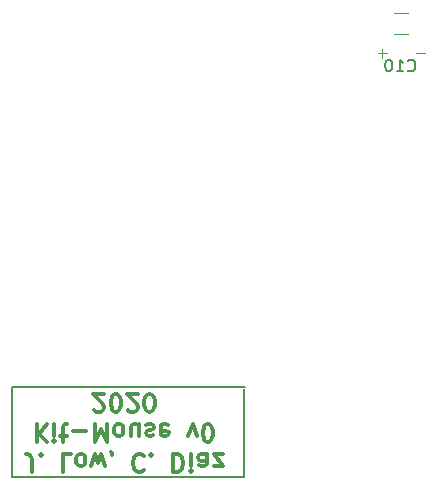
<source format=gbr>
G04 #@! TF.GenerationSoftware,KiCad,Pcbnew,(5.0.2)-1*
G04 #@! TF.CreationDate,2020-09-24T18:59:20-07:00*
G04 #@! TF.ProjectId,mouse_v2,6d6f7573-655f-4763-922e-6b696361645f,rev?*
G04 #@! TF.SameCoordinates,Original*
G04 #@! TF.FileFunction,Legend,Bot*
G04 #@! TF.FilePolarity,Positive*
%FSLAX46Y46*%
G04 Gerber Fmt 4.6, Leading zero omitted, Abs format (unit mm)*
G04 Created by KiCad (PCBNEW (5.0.2)-1) date 9/24/2020 6:59:20 PM*
%MOMM*%
%LPD*%
G01*
G04 APERTURE LIST*
%ADD10C,0.300000*%
%ADD11C,0.200000*%
%ADD12C,0.100000*%
%ADD13C,0.120000*%
%ADD14C,0.150000*%
G04 APERTURE END LIST*
D10*
X150964285Y-103701428D02*
X150964285Y-102630000D01*
X150892857Y-102415714D01*
X150750000Y-102272857D01*
X150535714Y-102201428D01*
X150392857Y-102201428D01*
X151678571Y-102344285D02*
X151750000Y-102272857D01*
X151678571Y-102201428D01*
X151607142Y-102272857D01*
X151678571Y-102344285D01*
X151678571Y-102201428D01*
X154250000Y-102201428D02*
X153535714Y-102201428D01*
X153535714Y-103701428D01*
X154964285Y-102201428D02*
X154821428Y-102272857D01*
X154750000Y-102344285D01*
X154678571Y-102487142D01*
X154678571Y-102915714D01*
X154750000Y-103058571D01*
X154821428Y-103130000D01*
X154964285Y-103201428D01*
X155178571Y-103201428D01*
X155321428Y-103130000D01*
X155392857Y-103058571D01*
X155464285Y-102915714D01*
X155464285Y-102487142D01*
X155392857Y-102344285D01*
X155321428Y-102272857D01*
X155178571Y-102201428D01*
X154964285Y-102201428D01*
X155964285Y-103201428D02*
X156250000Y-102201428D01*
X156535714Y-102915714D01*
X156821428Y-102201428D01*
X157107142Y-103201428D01*
X157750000Y-102272857D02*
X157750000Y-102201428D01*
X157678571Y-102058571D01*
X157607142Y-101987142D01*
X160392857Y-102344285D02*
X160321428Y-102272857D01*
X160107142Y-102201428D01*
X159964285Y-102201428D01*
X159750000Y-102272857D01*
X159607142Y-102415714D01*
X159535714Y-102558571D01*
X159464285Y-102844285D01*
X159464285Y-103058571D01*
X159535714Y-103344285D01*
X159607142Y-103487142D01*
X159750000Y-103630000D01*
X159964285Y-103701428D01*
X160107142Y-103701428D01*
X160321428Y-103630000D01*
X160392857Y-103558571D01*
X161035714Y-102344285D02*
X161107142Y-102272857D01*
X161035714Y-102201428D01*
X160964285Y-102272857D01*
X161035714Y-102344285D01*
X161035714Y-102201428D01*
X162892857Y-102201428D02*
X162892857Y-103701428D01*
X163250000Y-103701428D01*
X163464285Y-103630000D01*
X163607142Y-103487142D01*
X163678571Y-103344285D01*
X163750000Y-103058571D01*
X163750000Y-102844285D01*
X163678571Y-102558571D01*
X163607142Y-102415714D01*
X163464285Y-102272857D01*
X163250000Y-102201428D01*
X162892857Y-102201428D01*
X164392857Y-102201428D02*
X164392857Y-103201428D01*
X164392857Y-103701428D02*
X164321428Y-103630000D01*
X164392857Y-103558571D01*
X164464285Y-103630000D01*
X164392857Y-103701428D01*
X164392857Y-103558571D01*
X165750000Y-102201428D02*
X165750000Y-102987142D01*
X165678571Y-103130000D01*
X165535714Y-103201428D01*
X165250000Y-103201428D01*
X165107142Y-103130000D01*
X165750000Y-102272857D02*
X165607142Y-102201428D01*
X165250000Y-102201428D01*
X165107142Y-102272857D01*
X165035714Y-102415714D01*
X165035714Y-102558571D01*
X165107142Y-102701428D01*
X165250000Y-102772857D01*
X165607142Y-102772857D01*
X165750000Y-102844285D01*
X166321428Y-103201428D02*
X167107142Y-103201428D01*
X166321428Y-102201428D01*
X167107142Y-102201428D01*
X151321428Y-99651428D02*
X151321428Y-101151428D01*
X152178571Y-99651428D02*
X151535714Y-100508571D01*
X152178571Y-101151428D02*
X151321428Y-100294285D01*
X152821428Y-99651428D02*
X152821428Y-100651428D01*
X152821428Y-101151428D02*
X152750000Y-101080000D01*
X152821428Y-101008571D01*
X152892857Y-101080000D01*
X152821428Y-101151428D01*
X152821428Y-101008571D01*
X153321428Y-100651428D02*
X153892857Y-100651428D01*
X153535714Y-101151428D02*
X153535714Y-99865714D01*
X153607142Y-99722857D01*
X153750000Y-99651428D01*
X153892857Y-99651428D01*
X154392857Y-100222857D02*
X155535714Y-100222857D01*
X156250000Y-99651428D02*
X156250000Y-101151428D01*
X156750000Y-100080000D01*
X157250000Y-101151428D01*
X157250000Y-99651428D01*
X158178571Y-99651428D02*
X158035714Y-99722857D01*
X157964285Y-99794285D01*
X157892857Y-99937142D01*
X157892857Y-100365714D01*
X157964285Y-100508571D01*
X158035714Y-100580000D01*
X158178571Y-100651428D01*
X158392857Y-100651428D01*
X158535714Y-100580000D01*
X158607142Y-100508571D01*
X158678571Y-100365714D01*
X158678571Y-99937142D01*
X158607142Y-99794285D01*
X158535714Y-99722857D01*
X158392857Y-99651428D01*
X158178571Y-99651428D01*
X159964285Y-100651428D02*
X159964285Y-99651428D01*
X159321428Y-100651428D02*
X159321428Y-99865714D01*
X159392857Y-99722857D01*
X159535714Y-99651428D01*
X159750000Y-99651428D01*
X159892857Y-99722857D01*
X159964285Y-99794285D01*
X160607142Y-99722857D02*
X160750000Y-99651428D01*
X161035714Y-99651428D01*
X161178571Y-99722857D01*
X161250000Y-99865714D01*
X161250000Y-99937142D01*
X161178571Y-100080000D01*
X161035714Y-100151428D01*
X160821428Y-100151428D01*
X160678571Y-100222857D01*
X160607142Y-100365714D01*
X160607142Y-100437142D01*
X160678571Y-100580000D01*
X160821428Y-100651428D01*
X161035714Y-100651428D01*
X161178571Y-100580000D01*
X162464285Y-99722857D02*
X162321428Y-99651428D01*
X162035714Y-99651428D01*
X161892857Y-99722857D01*
X161821428Y-99865714D01*
X161821428Y-100437142D01*
X161892857Y-100580000D01*
X162035714Y-100651428D01*
X162321428Y-100651428D01*
X162464285Y-100580000D01*
X162535714Y-100437142D01*
X162535714Y-100294285D01*
X161821428Y-100151428D01*
X164178571Y-100651428D02*
X164535714Y-99651428D01*
X164892857Y-100651428D01*
X165750000Y-101151428D02*
X165892857Y-101151428D01*
X166035714Y-101080000D01*
X166107142Y-101008571D01*
X166178571Y-100865714D01*
X166250000Y-100580000D01*
X166250000Y-100222857D01*
X166178571Y-99937142D01*
X166107142Y-99794285D01*
X166035714Y-99722857D01*
X165892857Y-99651428D01*
X165750000Y-99651428D01*
X165607142Y-99722857D01*
X165535714Y-99794285D01*
X165464285Y-99937142D01*
X165392857Y-100222857D01*
X165392857Y-100580000D01*
X165464285Y-100865714D01*
X165535714Y-101008571D01*
X165607142Y-101080000D01*
X165750000Y-101151428D01*
X156178571Y-98458571D02*
X156250000Y-98530000D01*
X156392857Y-98601428D01*
X156750000Y-98601428D01*
X156892857Y-98530000D01*
X156964285Y-98458571D01*
X157035714Y-98315714D01*
X157035714Y-98172857D01*
X156964285Y-97958571D01*
X156107142Y-97101428D01*
X157035714Y-97101428D01*
X157964285Y-98601428D02*
X158107142Y-98601428D01*
X158250000Y-98530000D01*
X158321428Y-98458571D01*
X158392857Y-98315714D01*
X158464285Y-98030000D01*
X158464285Y-97672857D01*
X158392857Y-97387142D01*
X158321428Y-97244285D01*
X158250000Y-97172857D01*
X158107142Y-97101428D01*
X157964285Y-97101428D01*
X157821428Y-97172857D01*
X157750000Y-97244285D01*
X157678571Y-97387142D01*
X157607142Y-97672857D01*
X157607142Y-98030000D01*
X157678571Y-98315714D01*
X157750000Y-98458571D01*
X157821428Y-98530000D01*
X157964285Y-98601428D01*
X159035714Y-98458571D02*
X159107142Y-98530000D01*
X159250000Y-98601428D01*
X159607142Y-98601428D01*
X159750000Y-98530000D01*
X159821428Y-98458571D01*
X159892857Y-98315714D01*
X159892857Y-98172857D01*
X159821428Y-97958571D01*
X158964285Y-97101428D01*
X159892857Y-97101428D01*
X160821428Y-98601428D02*
X160964285Y-98601428D01*
X161107142Y-98530000D01*
X161178571Y-98458571D01*
X161250000Y-98315714D01*
X161321428Y-98030000D01*
X161321428Y-97672857D01*
X161250000Y-97387142D01*
X161178571Y-97244285D01*
X161107142Y-97172857D01*
X160964285Y-97101428D01*
X160821428Y-97101428D01*
X160678571Y-97172857D01*
X160607142Y-97244285D01*
X160535714Y-97387142D01*
X160464285Y-97672857D01*
X160464285Y-98030000D01*
X160535714Y-98315714D01*
X160607142Y-98458571D01*
X160678571Y-98530000D01*
X160821428Y-98601428D01*
D11*
X149225000Y-104140000D02*
X149225000Y-96520000D01*
X168910000Y-104140000D02*
X149209760Y-104140000D01*
X168910000Y-96674940D02*
X168910000Y-104140000D01*
X149225000Y-96520000D02*
X168945560Y-96507300D01*
D12*
X180974952Y-68254571D02*
X180213047Y-68254571D01*
X180594000Y-67873619D02*
X180594000Y-68635523D01*
X184193132Y-68254571D02*
X183431227Y-68254571D01*
D13*
G04 #@! TO.C,C10*
X181567676Y-64807420D02*
X182771804Y-64807420D01*
X181567676Y-66627420D02*
X182771804Y-66627420D01*
D14*
X182760857Y-69699142D02*
X182808476Y-69746761D01*
X182951333Y-69794380D01*
X183046571Y-69794380D01*
X183189428Y-69746761D01*
X183284666Y-69651523D01*
X183332285Y-69556285D01*
X183379904Y-69365809D01*
X183379904Y-69222952D01*
X183332285Y-69032476D01*
X183284666Y-68937238D01*
X183189428Y-68842000D01*
X183046571Y-68794380D01*
X182951333Y-68794380D01*
X182808476Y-68842000D01*
X182760857Y-68889619D01*
X181808476Y-69794380D02*
X182379904Y-69794380D01*
X182094190Y-69794380D02*
X182094190Y-68794380D01*
X182189428Y-68937238D01*
X182284666Y-69032476D01*
X182379904Y-69080095D01*
X181189428Y-68794380D02*
X181094190Y-68794380D01*
X180998952Y-68842000D01*
X180951333Y-68889619D01*
X180903714Y-68984857D01*
X180856095Y-69175333D01*
X180856095Y-69413428D01*
X180903714Y-69603904D01*
X180951333Y-69699142D01*
X180998952Y-69746761D01*
X181094190Y-69794380D01*
X181189428Y-69794380D01*
X181284666Y-69746761D01*
X181332285Y-69699142D01*
X181379904Y-69603904D01*
X181427523Y-69413428D01*
X181427523Y-69175333D01*
X181379904Y-68984857D01*
X181332285Y-68889619D01*
X181284666Y-68842000D01*
X181189428Y-68794380D01*
G04 #@! TD*
M02*

</source>
